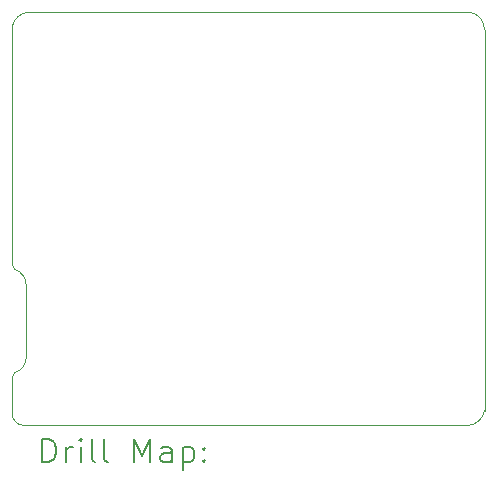
<source format=gbr>
%FSLAX45Y45*%
G04 Gerber Fmt 4.5, Leading zero omitted, Abs format (unit mm)*
G04 Created by KiCad (PCBNEW (6.0.0)) date 2022-05-01 20:50:56*
%MOMM*%
%LPD*%
G01*
G04 APERTURE LIST*
%TA.AperFunction,Profile*%
%ADD10C,0.050000*%
%TD*%
%ADD11C,0.200000*%
G04 APERTURE END LIST*
D10*
X12020000Y-11520000D02*
G75*
G03*
X11921000Y-11376000I-147450J4659D01*
G01*
X12000711Y-12700000D02*
X15750000Y-12700000D01*
X11921137Y-12254282D02*
G75*
G03*
X12020000Y-12120000I-41772J134288D01*
G01*
X12020000Y-11520000D02*
X12020000Y-12120000D01*
X15750000Y-12700000D02*
G75*
G03*
X15900000Y-12576066I0J152741D01*
G01*
X15900000Y-9350000D02*
X15900000Y-12576066D01*
X11900000Y-12599289D02*
G75*
G03*
X12000711Y-12700000I101429J718D01*
G01*
X12050000Y-9200000D02*
X15776066Y-9200000D01*
X11900000Y-12599289D02*
X11900137Y-12289282D01*
X11900000Y-9323934D02*
X11900000Y-11341000D01*
X11900000Y-11341000D02*
G75*
G03*
X11921000Y-11376000I41201J921D01*
G01*
X11921137Y-12254282D02*
G75*
G03*
X11900137Y-12289282I20199J-35919D01*
G01*
X12050000Y-9200000D02*
G75*
G03*
X11900000Y-9323934I0J-152741D01*
G01*
X15900000Y-9350000D02*
G75*
G03*
X15776066Y-9200000I-152741J0D01*
G01*
D11*
X12155119Y-13012976D02*
X12155119Y-12812976D01*
X12202738Y-12812976D01*
X12231309Y-12822500D01*
X12250357Y-12841548D01*
X12259881Y-12860595D01*
X12269405Y-12898690D01*
X12269405Y-12927262D01*
X12259881Y-12965357D01*
X12250357Y-12984405D01*
X12231309Y-13003452D01*
X12202738Y-13012976D01*
X12155119Y-13012976D01*
X12355119Y-13012976D02*
X12355119Y-12879643D01*
X12355119Y-12917738D02*
X12364643Y-12898690D01*
X12374167Y-12889167D01*
X12393214Y-12879643D01*
X12412262Y-12879643D01*
X12478928Y-13012976D02*
X12478928Y-12879643D01*
X12478928Y-12812976D02*
X12469405Y-12822500D01*
X12478928Y-12832024D01*
X12488452Y-12822500D01*
X12478928Y-12812976D01*
X12478928Y-12832024D01*
X12602738Y-13012976D02*
X12583690Y-13003452D01*
X12574167Y-12984405D01*
X12574167Y-12812976D01*
X12707500Y-13012976D02*
X12688452Y-13003452D01*
X12678928Y-12984405D01*
X12678928Y-12812976D01*
X12936071Y-13012976D02*
X12936071Y-12812976D01*
X13002738Y-12955833D01*
X13069405Y-12812976D01*
X13069405Y-13012976D01*
X13250357Y-13012976D02*
X13250357Y-12908214D01*
X13240833Y-12889167D01*
X13221786Y-12879643D01*
X13183690Y-12879643D01*
X13164643Y-12889167D01*
X13250357Y-13003452D02*
X13231309Y-13012976D01*
X13183690Y-13012976D01*
X13164643Y-13003452D01*
X13155119Y-12984405D01*
X13155119Y-12965357D01*
X13164643Y-12946309D01*
X13183690Y-12936786D01*
X13231309Y-12936786D01*
X13250357Y-12927262D01*
X13345595Y-12879643D02*
X13345595Y-13079643D01*
X13345595Y-12889167D02*
X13364643Y-12879643D01*
X13402738Y-12879643D01*
X13421786Y-12889167D01*
X13431309Y-12898690D01*
X13440833Y-12917738D01*
X13440833Y-12974881D01*
X13431309Y-12993928D01*
X13421786Y-13003452D01*
X13402738Y-13012976D01*
X13364643Y-13012976D01*
X13345595Y-13003452D01*
X13526548Y-12993928D02*
X13536071Y-13003452D01*
X13526548Y-13012976D01*
X13517024Y-13003452D01*
X13526548Y-12993928D01*
X13526548Y-13012976D01*
X13526548Y-12889167D02*
X13536071Y-12898690D01*
X13526548Y-12908214D01*
X13517024Y-12898690D01*
X13526548Y-12889167D01*
X13526548Y-12908214D01*
M02*

</source>
